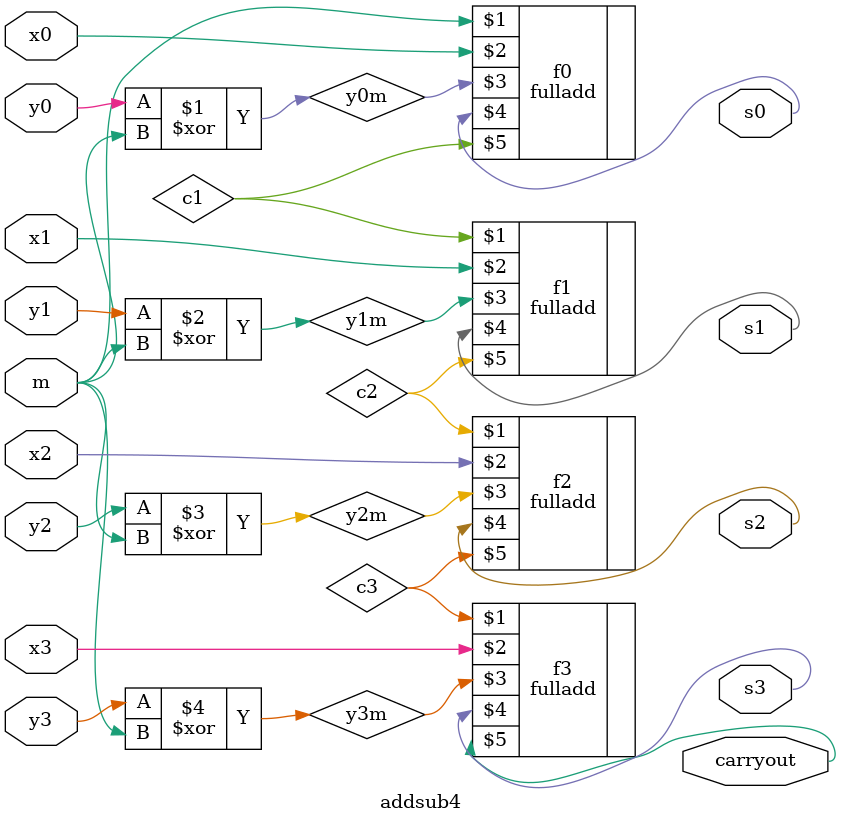
<source format=v>
module addsub4(m,x3,x2,x1,x0,y3,y2,y1,y0,s3,s2,s1,s0,carryout);
input m,x3,x2,x1,x0,y3,y2,y1,y0;
output s3,s2,s1,s0,carryout;
wire c1,c2,c3,c4;
wire y0m,y1m,y2m,y3m;

assign y0m = y0 ^ m;
assign y1m = y1 ^ m;
assign y2m = y2 ^ m;
assign y3m = y3 ^ m;

fulladd f0(m,x0,y0m,s0,c1);
fulladd f1(c1,x1,y1m,s1,c2);
fulladd f2(c2,x2,y2m,s2,c3);
fulladd f3(c3,x3,y3m,s3,carryout);
endmodule

</source>
